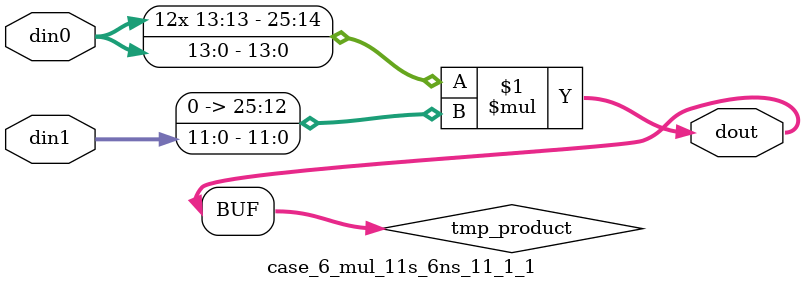
<source format=v>

`timescale 1 ns / 1 ps

 (* use_dsp = "no" *)  module case_6_mul_11s_6ns_11_1_1(din0, din1, dout);
parameter ID = 1;
parameter NUM_STAGE = 0;
parameter din0_WIDTH = 14;
parameter din1_WIDTH = 12;
parameter dout_WIDTH = 26;

input [din0_WIDTH - 1 : 0] din0; 
input [din1_WIDTH - 1 : 0] din1; 
output [dout_WIDTH - 1 : 0] dout;

wire signed [dout_WIDTH - 1 : 0] tmp_product;


























assign tmp_product = $signed(din0) * $signed({1'b0, din1});









assign dout = tmp_product;





















endmodule

</source>
